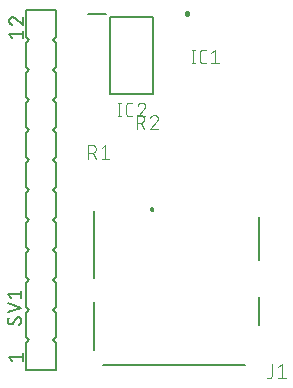
<source format=gbr>
G04 EAGLE Gerber RS-274X export*
G75*
%MOMM*%
%FSLAX34Y34*%
%LPD*%
%INSilkscreen Top*%
%IPPOS*%
%AMOC8*
5,1,8,0,0,1.08239X$1,22.5*%
G01*
%ADD10C,0.250000*%
%ADD11C,0.101600*%
%ADD12C,0.200000*%
%ADD13C,0.127000*%
%ADD14C,0.152400*%


D10*
X160050Y315050D02*
X160052Y315120D01*
X160058Y315190D01*
X160068Y315259D01*
X160081Y315328D01*
X160099Y315396D01*
X160120Y315463D01*
X160145Y315528D01*
X160174Y315592D01*
X160206Y315655D01*
X160242Y315715D01*
X160281Y315773D01*
X160323Y315829D01*
X160368Y315883D01*
X160416Y315934D01*
X160467Y315982D01*
X160521Y316027D01*
X160577Y316069D01*
X160635Y316108D01*
X160695Y316144D01*
X160758Y316176D01*
X160822Y316205D01*
X160887Y316230D01*
X160954Y316251D01*
X161022Y316269D01*
X161091Y316282D01*
X161160Y316292D01*
X161230Y316298D01*
X161300Y316300D01*
X161370Y316298D01*
X161440Y316292D01*
X161509Y316282D01*
X161578Y316269D01*
X161646Y316251D01*
X161713Y316230D01*
X161778Y316205D01*
X161842Y316176D01*
X161905Y316144D01*
X161965Y316108D01*
X162023Y316069D01*
X162079Y316027D01*
X162133Y315982D01*
X162184Y315934D01*
X162232Y315883D01*
X162277Y315829D01*
X162319Y315773D01*
X162358Y315715D01*
X162394Y315655D01*
X162426Y315592D01*
X162455Y315528D01*
X162480Y315463D01*
X162501Y315396D01*
X162519Y315328D01*
X162532Y315259D01*
X162542Y315190D01*
X162548Y315120D01*
X162550Y315050D01*
X162548Y314980D01*
X162542Y314910D01*
X162532Y314841D01*
X162519Y314772D01*
X162501Y314704D01*
X162480Y314637D01*
X162455Y314572D01*
X162426Y314508D01*
X162394Y314445D01*
X162358Y314385D01*
X162319Y314327D01*
X162277Y314271D01*
X162232Y314217D01*
X162184Y314166D01*
X162133Y314118D01*
X162079Y314073D01*
X162023Y314031D01*
X161965Y313992D01*
X161905Y313956D01*
X161842Y313924D01*
X161778Y313895D01*
X161713Y313870D01*
X161646Y313849D01*
X161578Y313831D01*
X161509Y313818D01*
X161440Y313808D01*
X161370Y313802D01*
X161300Y313800D01*
X161230Y313802D01*
X161160Y313808D01*
X161091Y313818D01*
X161022Y313831D01*
X160954Y313849D01*
X160887Y313870D01*
X160822Y313895D01*
X160758Y313924D01*
X160695Y313956D01*
X160635Y313992D01*
X160577Y314031D01*
X160521Y314073D01*
X160467Y314118D01*
X160416Y314166D01*
X160368Y314217D01*
X160323Y314271D01*
X160281Y314327D01*
X160242Y314385D01*
X160206Y314445D01*
X160174Y314508D01*
X160145Y314572D01*
X160120Y314637D01*
X160099Y314704D01*
X160081Y314772D01*
X160068Y314841D01*
X160058Y314910D01*
X160052Y314980D01*
X160050Y315050D01*
D11*
X166492Y284242D02*
X166492Y272558D01*
X165194Y272558D02*
X167790Y272558D01*
X167790Y284242D02*
X165194Y284242D01*
X174954Y272558D02*
X177550Y272558D01*
X174954Y272558D02*
X174855Y272560D01*
X174755Y272566D01*
X174656Y272575D01*
X174558Y272588D01*
X174460Y272605D01*
X174362Y272626D01*
X174266Y272651D01*
X174171Y272679D01*
X174077Y272711D01*
X173984Y272746D01*
X173892Y272785D01*
X173802Y272828D01*
X173714Y272873D01*
X173627Y272923D01*
X173543Y272975D01*
X173460Y273031D01*
X173380Y273089D01*
X173302Y273151D01*
X173227Y273216D01*
X173154Y273284D01*
X173084Y273354D01*
X173016Y273427D01*
X172951Y273502D01*
X172889Y273580D01*
X172831Y273660D01*
X172775Y273743D01*
X172723Y273827D01*
X172673Y273914D01*
X172628Y274002D01*
X172585Y274092D01*
X172546Y274184D01*
X172511Y274277D01*
X172479Y274371D01*
X172451Y274466D01*
X172426Y274562D01*
X172405Y274660D01*
X172388Y274758D01*
X172375Y274856D01*
X172366Y274955D01*
X172360Y275055D01*
X172358Y275154D01*
X172357Y275154D02*
X172357Y281646D01*
X172358Y281646D02*
X172360Y281745D01*
X172366Y281845D01*
X172375Y281944D01*
X172388Y282042D01*
X172405Y282140D01*
X172426Y282238D01*
X172451Y282334D01*
X172479Y282429D01*
X172511Y282523D01*
X172546Y282616D01*
X172585Y282708D01*
X172628Y282798D01*
X172673Y282886D01*
X172723Y282973D01*
X172775Y283057D01*
X172831Y283140D01*
X172889Y283220D01*
X172951Y283298D01*
X173016Y283373D01*
X173084Y283446D01*
X173154Y283516D01*
X173227Y283584D01*
X173302Y283649D01*
X173380Y283711D01*
X173460Y283769D01*
X173543Y283825D01*
X173627Y283877D01*
X173714Y283927D01*
X173802Y283972D01*
X173892Y284015D01*
X173984Y284054D01*
X174076Y284089D01*
X174171Y284121D01*
X174266Y284149D01*
X174362Y284174D01*
X174460Y284195D01*
X174558Y284212D01*
X174656Y284225D01*
X174755Y284234D01*
X174855Y284240D01*
X174954Y284242D01*
X177550Y284242D01*
X181915Y281646D02*
X185161Y284242D01*
X185161Y272558D01*
X188406Y272558D02*
X181915Y272558D01*
D12*
X132800Y311900D02*
X95800Y311900D01*
X132800Y311900D02*
X132800Y246900D01*
X95800Y246900D01*
X95800Y311900D01*
X92300Y314400D02*
X77550Y314400D01*
D11*
X103992Y239442D02*
X103992Y227758D01*
X102694Y227758D02*
X105290Y227758D01*
X105290Y239442D02*
X102694Y239442D01*
X112454Y227758D02*
X115050Y227758D01*
X112454Y227758D02*
X112355Y227760D01*
X112255Y227766D01*
X112156Y227775D01*
X112058Y227788D01*
X111960Y227805D01*
X111862Y227826D01*
X111766Y227851D01*
X111671Y227879D01*
X111577Y227911D01*
X111484Y227946D01*
X111392Y227985D01*
X111302Y228028D01*
X111214Y228073D01*
X111127Y228123D01*
X111043Y228175D01*
X110960Y228231D01*
X110880Y228289D01*
X110802Y228351D01*
X110727Y228416D01*
X110654Y228484D01*
X110584Y228554D01*
X110516Y228627D01*
X110451Y228702D01*
X110389Y228780D01*
X110331Y228860D01*
X110275Y228943D01*
X110223Y229027D01*
X110173Y229114D01*
X110128Y229202D01*
X110085Y229292D01*
X110046Y229384D01*
X110011Y229477D01*
X109979Y229571D01*
X109951Y229666D01*
X109926Y229762D01*
X109905Y229860D01*
X109888Y229958D01*
X109875Y230056D01*
X109866Y230155D01*
X109860Y230255D01*
X109858Y230354D01*
X109857Y230354D02*
X109857Y236846D01*
X109858Y236846D02*
X109860Y236945D01*
X109866Y237045D01*
X109875Y237144D01*
X109888Y237242D01*
X109905Y237340D01*
X109926Y237438D01*
X109951Y237534D01*
X109979Y237629D01*
X110011Y237723D01*
X110046Y237816D01*
X110085Y237908D01*
X110128Y237998D01*
X110173Y238086D01*
X110223Y238173D01*
X110275Y238257D01*
X110331Y238340D01*
X110389Y238420D01*
X110451Y238498D01*
X110516Y238573D01*
X110584Y238646D01*
X110654Y238716D01*
X110727Y238784D01*
X110802Y238849D01*
X110880Y238911D01*
X110960Y238969D01*
X111043Y239025D01*
X111127Y239077D01*
X111214Y239127D01*
X111302Y239172D01*
X111392Y239215D01*
X111484Y239254D01*
X111576Y239289D01*
X111671Y239321D01*
X111766Y239349D01*
X111862Y239374D01*
X111960Y239395D01*
X112058Y239412D01*
X112156Y239425D01*
X112255Y239434D01*
X112355Y239440D01*
X112454Y239442D01*
X115050Y239442D01*
X122985Y239442D02*
X123092Y239440D01*
X123198Y239434D01*
X123304Y239424D01*
X123410Y239411D01*
X123516Y239393D01*
X123620Y239372D01*
X123724Y239347D01*
X123827Y239318D01*
X123928Y239286D01*
X124028Y239249D01*
X124127Y239209D01*
X124225Y239166D01*
X124321Y239119D01*
X124415Y239068D01*
X124507Y239014D01*
X124597Y238957D01*
X124685Y238897D01*
X124770Y238833D01*
X124853Y238766D01*
X124934Y238696D01*
X125012Y238624D01*
X125088Y238548D01*
X125160Y238470D01*
X125230Y238389D01*
X125297Y238306D01*
X125361Y238221D01*
X125421Y238133D01*
X125478Y238043D01*
X125532Y237951D01*
X125583Y237857D01*
X125630Y237761D01*
X125673Y237663D01*
X125713Y237564D01*
X125750Y237464D01*
X125782Y237363D01*
X125811Y237260D01*
X125836Y237156D01*
X125857Y237052D01*
X125875Y236946D01*
X125888Y236840D01*
X125898Y236734D01*
X125904Y236628D01*
X125906Y236521D01*
X122985Y239442D02*
X122864Y239440D01*
X122743Y239434D01*
X122623Y239424D01*
X122502Y239411D01*
X122383Y239393D01*
X122263Y239372D01*
X122145Y239347D01*
X122028Y239318D01*
X121911Y239285D01*
X121796Y239249D01*
X121682Y239208D01*
X121569Y239165D01*
X121457Y239117D01*
X121348Y239066D01*
X121240Y239011D01*
X121133Y238953D01*
X121029Y238892D01*
X120927Y238827D01*
X120827Y238759D01*
X120729Y238688D01*
X120633Y238614D01*
X120540Y238537D01*
X120450Y238456D01*
X120362Y238373D01*
X120277Y238287D01*
X120194Y238198D01*
X120115Y238107D01*
X120038Y238013D01*
X119965Y237917D01*
X119895Y237819D01*
X119828Y237718D01*
X119764Y237615D01*
X119704Y237510D01*
X119647Y237403D01*
X119593Y237295D01*
X119543Y237185D01*
X119497Y237073D01*
X119454Y236960D01*
X119415Y236845D01*
X124933Y234249D02*
X125012Y234326D01*
X125088Y234407D01*
X125161Y234490D01*
X125231Y234575D01*
X125298Y234663D01*
X125362Y234753D01*
X125422Y234845D01*
X125479Y234940D01*
X125533Y235036D01*
X125584Y235134D01*
X125631Y235234D01*
X125675Y235336D01*
X125715Y235439D01*
X125751Y235543D01*
X125783Y235649D01*
X125812Y235755D01*
X125837Y235863D01*
X125859Y235971D01*
X125876Y236081D01*
X125890Y236190D01*
X125899Y236300D01*
X125905Y236411D01*
X125907Y236521D01*
X124933Y234249D02*
X119415Y227758D01*
X125906Y227758D01*
D13*
X90000Y16900D02*
X210100Y16900D01*
X82650Y29800D02*
X82650Y70400D01*
X82650Y90600D02*
X82650Y147900D01*
X222150Y74800D02*
X222150Y50900D01*
X222150Y106600D02*
X222150Y142700D01*
X130795Y149000D02*
X130797Y149063D01*
X130803Y149126D01*
X130813Y149188D01*
X130827Y149250D01*
X130844Y149311D01*
X130866Y149370D01*
X130891Y149428D01*
X130919Y149484D01*
X130951Y149539D01*
X130987Y149591D01*
X131026Y149641D01*
X131067Y149688D01*
X131112Y149733D01*
X131159Y149774D01*
X131209Y149813D01*
X131261Y149849D01*
X131316Y149881D01*
X131372Y149909D01*
X131430Y149934D01*
X131489Y149956D01*
X131550Y149973D01*
X131612Y149987D01*
X131674Y149997D01*
X131737Y150003D01*
X131800Y150005D01*
X131863Y150003D01*
X131926Y149997D01*
X131988Y149987D01*
X132050Y149973D01*
X132111Y149956D01*
X132170Y149934D01*
X132228Y149909D01*
X132284Y149881D01*
X132339Y149849D01*
X132391Y149813D01*
X132441Y149774D01*
X132488Y149733D01*
X132533Y149688D01*
X132574Y149641D01*
X132613Y149591D01*
X132649Y149539D01*
X132681Y149484D01*
X132709Y149428D01*
X132734Y149370D01*
X132756Y149311D01*
X132773Y149250D01*
X132787Y149188D01*
X132797Y149126D01*
X132803Y149063D01*
X132805Y149000D01*
X132803Y148937D01*
X132797Y148874D01*
X132787Y148812D01*
X132773Y148750D01*
X132756Y148689D01*
X132734Y148630D01*
X132709Y148572D01*
X132681Y148516D01*
X132649Y148461D01*
X132613Y148409D01*
X132574Y148359D01*
X132533Y148312D01*
X132488Y148267D01*
X132441Y148226D01*
X132391Y148187D01*
X132339Y148151D01*
X132284Y148119D01*
X132228Y148091D01*
X132170Y148066D01*
X132111Y148044D01*
X132050Y148027D01*
X131988Y148013D01*
X131926Y148003D01*
X131863Y147997D01*
X131800Y147995D01*
X131737Y147997D01*
X131674Y148003D01*
X131612Y148013D01*
X131550Y148027D01*
X131489Y148044D01*
X131430Y148066D01*
X131372Y148091D01*
X131316Y148119D01*
X131261Y148151D01*
X131209Y148187D01*
X131159Y148226D01*
X131112Y148267D01*
X131067Y148312D01*
X131026Y148359D01*
X130987Y148409D01*
X130951Y148461D01*
X130919Y148516D01*
X130891Y148572D01*
X130866Y148630D01*
X130844Y148689D01*
X130827Y148750D01*
X130813Y148812D01*
X130803Y148874D01*
X130797Y148937D01*
X130795Y149000D01*
D11*
X233130Y17833D02*
X233130Y8734D01*
X233128Y8634D01*
X233122Y8535D01*
X233113Y8436D01*
X233100Y8337D01*
X233082Y8239D01*
X233062Y8142D01*
X233037Y8045D01*
X233009Y7950D01*
X232977Y7855D01*
X232942Y7762D01*
X232903Y7670D01*
X232860Y7580D01*
X232814Y7492D01*
X232765Y7405D01*
X232712Y7321D01*
X232657Y7238D01*
X232598Y7158D01*
X232536Y7080D01*
X232471Y7004D01*
X232403Y6931D01*
X232333Y6861D01*
X232260Y6793D01*
X232184Y6728D01*
X232106Y6666D01*
X232026Y6607D01*
X231943Y6552D01*
X231859Y6499D01*
X231772Y6450D01*
X231684Y6404D01*
X231594Y6361D01*
X231502Y6322D01*
X231409Y6287D01*
X231314Y6255D01*
X231219Y6227D01*
X231122Y6202D01*
X231025Y6182D01*
X230927Y6164D01*
X230828Y6151D01*
X230729Y6142D01*
X230630Y6136D01*
X230530Y6134D01*
X229231Y6134D01*
X238409Y15233D02*
X241659Y17833D01*
X241659Y6134D01*
X244908Y6134D02*
X238409Y6134D01*
X77595Y191758D02*
X77595Y203442D01*
X80840Y203442D01*
X80953Y203440D01*
X81066Y203434D01*
X81179Y203424D01*
X81292Y203410D01*
X81404Y203393D01*
X81515Y203371D01*
X81625Y203346D01*
X81735Y203316D01*
X81843Y203283D01*
X81950Y203246D01*
X82056Y203206D01*
X82160Y203161D01*
X82263Y203113D01*
X82364Y203062D01*
X82463Y203007D01*
X82560Y202949D01*
X82655Y202887D01*
X82748Y202822D01*
X82838Y202754D01*
X82926Y202683D01*
X83012Y202608D01*
X83095Y202531D01*
X83175Y202451D01*
X83252Y202368D01*
X83327Y202282D01*
X83398Y202194D01*
X83466Y202104D01*
X83531Y202011D01*
X83593Y201916D01*
X83651Y201819D01*
X83706Y201720D01*
X83757Y201619D01*
X83805Y201516D01*
X83850Y201412D01*
X83890Y201306D01*
X83927Y201199D01*
X83960Y201091D01*
X83990Y200981D01*
X84015Y200871D01*
X84037Y200760D01*
X84054Y200648D01*
X84068Y200535D01*
X84078Y200422D01*
X84084Y200309D01*
X84086Y200196D01*
X84084Y200083D01*
X84078Y199970D01*
X84068Y199857D01*
X84054Y199744D01*
X84037Y199632D01*
X84015Y199521D01*
X83990Y199411D01*
X83960Y199301D01*
X83927Y199193D01*
X83890Y199086D01*
X83850Y198980D01*
X83805Y198876D01*
X83757Y198773D01*
X83706Y198672D01*
X83651Y198573D01*
X83593Y198476D01*
X83531Y198381D01*
X83466Y198288D01*
X83398Y198198D01*
X83327Y198110D01*
X83252Y198024D01*
X83175Y197941D01*
X83095Y197861D01*
X83012Y197784D01*
X82926Y197709D01*
X82838Y197638D01*
X82748Y197570D01*
X82655Y197505D01*
X82560Y197443D01*
X82463Y197385D01*
X82364Y197330D01*
X82263Y197279D01*
X82160Y197231D01*
X82056Y197186D01*
X81950Y197146D01*
X81843Y197109D01*
X81735Y197076D01*
X81625Y197046D01*
X81515Y197021D01*
X81404Y196999D01*
X81292Y196982D01*
X81179Y196968D01*
X81066Y196958D01*
X80953Y196952D01*
X80840Y196950D01*
X80840Y196951D02*
X77595Y196951D01*
X81489Y196951D02*
X84086Y191758D01*
X88951Y200846D02*
X92196Y203442D01*
X92196Y191758D01*
X88951Y191758D02*
X95442Y191758D01*
X118658Y217158D02*
X118658Y228842D01*
X121904Y228842D01*
X122017Y228840D01*
X122130Y228834D01*
X122243Y228824D01*
X122356Y228810D01*
X122468Y228793D01*
X122579Y228771D01*
X122689Y228746D01*
X122799Y228716D01*
X122907Y228683D01*
X123014Y228646D01*
X123120Y228606D01*
X123224Y228561D01*
X123327Y228513D01*
X123428Y228462D01*
X123527Y228407D01*
X123624Y228349D01*
X123719Y228287D01*
X123812Y228222D01*
X123902Y228154D01*
X123990Y228083D01*
X124076Y228008D01*
X124159Y227931D01*
X124239Y227851D01*
X124316Y227768D01*
X124391Y227682D01*
X124462Y227594D01*
X124530Y227504D01*
X124595Y227411D01*
X124657Y227316D01*
X124715Y227219D01*
X124770Y227120D01*
X124821Y227019D01*
X124869Y226916D01*
X124914Y226812D01*
X124954Y226706D01*
X124991Y226599D01*
X125024Y226491D01*
X125054Y226381D01*
X125079Y226271D01*
X125101Y226160D01*
X125118Y226048D01*
X125132Y225935D01*
X125142Y225822D01*
X125148Y225709D01*
X125150Y225596D01*
X125148Y225483D01*
X125142Y225370D01*
X125132Y225257D01*
X125118Y225144D01*
X125101Y225032D01*
X125079Y224921D01*
X125054Y224811D01*
X125024Y224701D01*
X124991Y224593D01*
X124954Y224486D01*
X124914Y224380D01*
X124869Y224276D01*
X124821Y224173D01*
X124770Y224072D01*
X124715Y223973D01*
X124657Y223876D01*
X124595Y223781D01*
X124530Y223688D01*
X124462Y223598D01*
X124391Y223510D01*
X124316Y223424D01*
X124239Y223341D01*
X124159Y223261D01*
X124076Y223184D01*
X123990Y223109D01*
X123902Y223038D01*
X123812Y222970D01*
X123719Y222905D01*
X123624Y222843D01*
X123527Y222785D01*
X123428Y222730D01*
X123327Y222679D01*
X123224Y222631D01*
X123120Y222586D01*
X123014Y222546D01*
X122907Y222509D01*
X122799Y222476D01*
X122689Y222446D01*
X122579Y222421D01*
X122468Y222399D01*
X122356Y222382D01*
X122243Y222368D01*
X122130Y222358D01*
X122017Y222352D01*
X121904Y222350D01*
X121904Y222351D02*
X118658Y222351D01*
X122553Y222351D02*
X125149Y217158D01*
X136505Y225921D02*
X136503Y226028D01*
X136497Y226134D01*
X136487Y226240D01*
X136474Y226346D01*
X136456Y226452D01*
X136435Y226556D01*
X136410Y226660D01*
X136381Y226763D01*
X136349Y226864D01*
X136312Y226964D01*
X136272Y227063D01*
X136229Y227161D01*
X136182Y227257D01*
X136131Y227351D01*
X136077Y227443D01*
X136020Y227533D01*
X135960Y227621D01*
X135896Y227706D01*
X135829Y227789D01*
X135759Y227870D01*
X135687Y227948D01*
X135611Y228024D01*
X135533Y228096D01*
X135452Y228166D01*
X135369Y228233D01*
X135284Y228297D01*
X135196Y228357D01*
X135106Y228414D01*
X135014Y228468D01*
X134920Y228519D01*
X134824Y228566D01*
X134726Y228609D01*
X134627Y228649D01*
X134527Y228686D01*
X134426Y228718D01*
X134323Y228747D01*
X134219Y228772D01*
X134115Y228793D01*
X134009Y228811D01*
X133903Y228824D01*
X133797Y228834D01*
X133691Y228840D01*
X133584Y228842D01*
X133463Y228840D01*
X133342Y228834D01*
X133222Y228824D01*
X133101Y228811D01*
X132982Y228793D01*
X132862Y228772D01*
X132744Y228747D01*
X132627Y228718D01*
X132510Y228685D01*
X132395Y228649D01*
X132281Y228608D01*
X132168Y228565D01*
X132056Y228517D01*
X131947Y228466D01*
X131839Y228411D01*
X131732Y228353D01*
X131628Y228292D01*
X131526Y228227D01*
X131426Y228159D01*
X131328Y228088D01*
X131232Y228014D01*
X131139Y227937D01*
X131049Y227856D01*
X130961Y227773D01*
X130876Y227687D01*
X130793Y227598D01*
X130714Y227507D01*
X130637Y227413D01*
X130564Y227317D01*
X130494Y227219D01*
X130427Y227118D01*
X130363Y227015D01*
X130303Y226910D01*
X130246Y226803D01*
X130192Y226695D01*
X130142Y226585D01*
X130096Y226473D01*
X130053Y226360D01*
X130014Y226245D01*
X135532Y223649D02*
X135611Y223726D01*
X135687Y223807D01*
X135760Y223890D01*
X135830Y223975D01*
X135897Y224063D01*
X135961Y224153D01*
X136021Y224245D01*
X136078Y224340D01*
X136132Y224436D01*
X136183Y224534D01*
X136230Y224634D01*
X136274Y224736D01*
X136314Y224839D01*
X136350Y224943D01*
X136382Y225049D01*
X136411Y225155D01*
X136436Y225263D01*
X136458Y225371D01*
X136475Y225481D01*
X136489Y225590D01*
X136498Y225700D01*
X136504Y225811D01*
X136506Y225921D01*
X135532Y223649D02*
X130014Y217158D01*
X136505Y217158D01*
D14*
X50800Y12700D02*
X25400Y12700D01*
X50800Y12700D02*
X50800Y35560D01*
X48260Y38100D01*
X50800Y40640D01*
X50800Y60960D01*
X48260Y63500D01*
X50800Y66040D01*
X50800Y86360D01*
X48260Y88900D01*
X50800Y91440D01*
X50800Y111760D01*
X48260Y114300D01*
X50800Y116840D01*
X27940Y114300D02*
X25400Y116840D01*
X27940Y114300D02*
X25400Y111760D01*
X25400Y91440D01*
X27940Y88900D01*
X25400Y86360D01*
X25400Y66040D01*
X27940Y63500D01*
X25400Y60960D01*
X25400Y40640D01*
X27940Y38100D01*
X25400Y35560D01*
X25400Y12700D01*
X50800Y116840D02*
X50800Y137160D01*
X48260Y139700D01*
X50800Y142240D01*
X50800Y162560D01*
X48260Y165100D01*
X50800Y167640D01*
X27940Y165100D02*
X25400Y167640D01*
X27940Y165100D02*
X25400Y162560D01*
X25400Y142240D01*
X27940Y139700D01*
X25400Y137160D01*
X25400Y116840D01*
X25400Y294640D02*
X25400Y317500D01*
X25400Y289560D02*
X25400Y269240D01*
X25400Y264160D02*
X25400Y243840D01*
X25400Y238760D02*
X25400Y218440D01*
X25400Y213360D02*
X25400Y193040D01*
X25400Y317500D02*
X50800Y317500D01*
X50800Y213360D02*
X50800Y193040D01*
X50800Y218440D02*
X50800Y238760D01*
X50800Y243840D02*
X50800Y264160D01*
X50800Y269240D02*
X50800Y289560D01*
X50800Y294640D02*
X50800Y317500D01*
X27940Y190500D02*
X25400Y187960D01*
X27940Y190500D02*
X25400Y193040D01*
X25400Y187960D02*
X25400Y167640D01*
X48260Y190500D02*
X50800Y193040D01*
X48260Y190500D02*
X50800Y187960D01*
X50800Y167640D01*
X27940Y215900D02*
X25400Y218440D01*
X27940Y215900D02*
X25400Y213360D01*
X48260Y215900D02*
X50800Y218440D01*
X48260Y215900D02*
X50800Y213360D01*
X48260Y241300D02*
X50800Y243840D01*
X48260Y241300D02*
X50800Y238760D01*
X27940Y241300D02*
X25400Y243840D01*
X27940Y241300D02*
X25400Y238760D01*
X27940Y266700D02*
X25400Y269240D01*
X27940Y266700D02*
X25400Y264160D01*
X27940Y292100D02*
X25400Y294640D01*
X27940Y292100D02*
X25400Y289560D01*
X48260Y266700D02*
X50800Y269240D01*
X48260Y266700D02*
X50800Y264160D01*
X48260Y292100D02*
X50800Y294640D01*
X48260Y292100D02*
X50800Y289560D01*
D13*
X10795Y24130D02*
X13335Y20955D01*
X10795Y24130D02*
X22225Y24130D01*
X22225Y20955D02*
X22225Y27305D01*
X13335Y294005D02*
X10795Y297180D01*
X22225Y297180D01*
X22225Y294005D02*
X22225Y300355D01*
X10795Y308928D02*
X10797Y309032D01*
X10803Y309137D01*
X10812Y309241D01*
X10825Y309344D01*
X10843Y309447D01*
X10863Y309549D01*
X10888Y309651D01*
X10916Y309751D01*
X10948Y309851D01*
X10984Y309949D01*
X11023Y310046D01*
X11065Y310141D01*
X11111Y310235D01*
X11161Y310327D01*
X11213Y310417D01*
X11269Y310505D01*
X11329Y310591D01*
X11391Y310675D01*
X11456Y310756D01*
X11524Y310835D01*
X11596Y310912D01*
X11669Y310985D01*
X11746Y311057D01*
X11825Y311125D01*
X11906Y311190D01*
X11990Y311252D01*
X12076Y311312D01*
X12164Y311368D01*
X12254Y311420D01*
X12346Y311470D01*
X12440Y311516D01*
X12535Y311558D01*
X12632Y311597D01*
X12730Y311633D01*
X12830Y311665D01*
X12930Y311693D01*
X13032Y311718D01*
X13134Y311738D01*
X13237Y311756D01*
X13340Y311769D01*
X13444Y311778D01*
X13549Y311784D01*
X13653Y311786D01*
X10795Y308928D02*
X10797Y308810D01*
X10803Y308691D01*
X10812Y308573D01*
X10825Y308456D01*
X10843Y308339D01*
X10863Y308222D01*
X10888Y308106D01*
X10916Y307991D01*
X10949Y307878D01*
X10984Y307765D01*
X11024Y307653D01*
X11066Y307543D01*
X11113Y307434D01*
X11163Y307326D01*
X11216Y307221D01*
X11273Y307117D01*
X11333Y307015D01*
X11396Y306915D01*
X11463Y306817D01*
X11532Y306721D01*
X11605Y306628D01*
X11681Y306537D01*
X11759Y306448D01*
X11841Y306362D01*
X11925Y306279D01*
X12011Y306198D01*
X12101Y306121D01*
X12192Y306046D01*
X12286Y305974D01*
X12383Y305905D01*
X12481Y305840D01*
X12582Y305777D01*
X12685Y305718D01*
X12789Y305662D01*
X12895Y305610D01*
X13003Y305561D01*
X13112Y305516D01*
X13223Y305474D01*
X13335Y305436D01*
X15875Y310833D02*
X15800Y310909D01*
X15721Y310984D01*
X15640Y311055D01*
X15556Y311124D01*
X15470Y311189D01*
X15382Y311251D01*
X15292Y311311D01*
X15200Y311367D01*
X15105Y311420D01*
X15009Y311469D01*
X14911Y311515D01*
X14812Y311558D01*
X14711Y311597D01*
X14609Y311632D01*
X14506Y311664D01*
X14402Y311692D01*
X14297Y311717D01*
X14190Y311738D01*
X14084Y311755D01*
X13977Y311768D01*
X13869Y311777D01*
X13761Y311783D01*
X13653Y311785D01*
X15875Y310833D02*
X22225Y305435D01*
X22225Y311785D01*
X18415Y57785D02*
X18515Y57783D01*
X18614Y57777D01*
X18714Y57767D01*
X18812Y57754D01*
X18911Y57736D01*
X19008Y57715D01*
X19104Y57690D01*
X19200Y57661D01*
X19294Y57628D01*
X19387Y57592D01*
X19478Y57552D01*
X19568Y57508D01*
X19656Y57461D01*
X19742Y57411D01*
X19826Y57357D01*
X19908Y57300D01*
X19987Y57240D01*
X20065Y57176D01*
X20139Y57110D01*
X20211Y57041D01*
X20280Y56969D01*
X20346Y56895D01*
X20410Y56817D01*
X20470Y56738D01*
X20527Y56656D01*
X20581Y56572D01*
X20631Y56486D01*
X20678Y56398D01*
X20722Y56308D01*
X20762Y56217D01*
X20798Y56124D01*
X20831Y56030D01*
X20860Y55934D01*
X20885Y55838D01*
X20906Y55741D01*
X20924Y55642D01*
X20937Y55544D01*
X20947Y55444D01*
X20953Y55345D01*
X20955Y55245D01*
X20953Y55104D01*
X20948Y54963D01*
X20938Y54822D01*
X20925Y54681D01*
X20909Y54541D01*
X20888Y54401D01*
X20864Y54262D01*
X20836Y54123D01*
X20805Y53986D01*
X20770Y53849D01*
X20732Y53713D01*
X20690Y53578D01*
X20644Y53445D01*
X20595Y53312D01*
X20542Y53181D01*
X20486Y53052D01*
X20427Y52923D01*
X20364Y52797D01*
X20298Y52672D01*
X20229Y52549D01*
X20156Y52428D01*
X20080Y52309D01*
X20001Y52191D01*
X19920Y52076D01*
X19835Y51964D01*
X19747Y51853D01*
X19656Y51745D01*
X19563Y51639D01*
X19466Y51536D01*
X19367Y51435D01*
X12065Y51753D02*
X11965Y51755D01*
X11866Y51761D01*
X11766Y51771D01*
X11668Y51784D01*
X11569Y51802D01*
X11472Y51823D01*
X11376Y51848D01*
X11280Y51877D01*
X11186Y51910D01*
X11093Y51946D01*
X11002Y51986D01*
X10912Y52030D01*
X10824Y52077D01*
X10738Y52127D01*
X10654Y52181D01*
X10572Y52238D01*
X10493Y52298D01*
X10415Y52362D01*
X10341Y52428D01*
X10269Y52497D01*
X10200Y52569D01*
X10134Y52643D01*
X10070Y52721D01*
X10010Y52800D01*
X9953Y52882D01*
X9899Y52966D01*
X9849Y53052D01*
X9802Y53140D01*
X9758Y53230D01*
X9718Y53321D01*
X9682Y53414D01*
X9649Y53508D01*
X9620Y53604D01*
X9595Y53700D01*
X9574Y53797D01*
X9556Y53896D01*
X9543Y53994D01*
X9533Y54094D01*
X9527Y54193D01*
X9525Y54293D01*
X9527Y54426D01*
X9532Y54559D01*
X9542Y54692D01*
X9555Y54825D01*
X9572Y54957D01*
X9592Y55089D01*
X9616Y55220D01*
X9644Y55350D01*
X9675Y55480D01*
X9710Y55608D01*
X9749Y55736D01*
X9791Y55862D01*
X9837Y55987D01*
X9886Y56111D01*
X9938Y56234D01*
X9994Y56355D01*
X10054Y56474D01*
X10116Y56592D01*
X10182Y56707D01*
X10251Y56821D01*
X10324Y56933D01*
X10399Y57043D01*
X10478Y57151D01*
X14288Y53022D02*
X14236Y52938D01*
X14181Y52855D01*
X14122Y52775D01*
X14061Y52697D01*
X13997Y52622D01*
X13929Y52549D01*
X13859Y52478D01*
X13787Y52411D01*
X13712Y52346D01*
X13634Y52284D01*
X13554Y52225D01*
X13472Y52169D01*
X13388Y52117D01*
X13302Y52068D01*
X13214Y52022D01*
X13124Y51979D01*
X13033Y51940D01*
X12940Y51905D01*
X12846Y51873D01*
X12751Y51845D01*
X12655Y51820D01*
X12558Y51800D01*
X12460Y51782D01*
X12362Y51769D01*
X12263Y51760D01*
X12164Y51754D01*
X12065Y51752D01*
X16192Y56515D02*
X16244Y56599D01*
X16299Y56682D01*
X16358Y56762D01*
X16419Y56840D01*
X16483Y56915D01*
X16551Y56988D01*
X16621Y57059D01*
X16693Y57126D01*
X16768Y57191D01*
X16846Y57253D01*
X16926Y57312D01*
X17008Y57368D01*
X17092Y57420D01*
X17178Y57469D01*
X17266Y57515D01*
X17356Y57558D01*
X17447Y57597D01*
X17540Y57632D01*
X17634Y57664D01*
X17729Y57692D01*
X17825Y57717D01*
X17922Y57737D01*
X18020Y57755D01*
X18118Y57768D01*
X18217Y57777D01*
X18316Y57783D01*
X18415Y57785D01*
X16193Y56515D02*
X14288Y53023D01*
X9525Y61849D02*
X20955Y65659D01*
X9525Y69469D01*
X12065Y73914D02*
X9525Y77089D01*
X20955Y77089D01*
X20955Y73914D02*
X20955Y80264D01*
M02*

</source>
